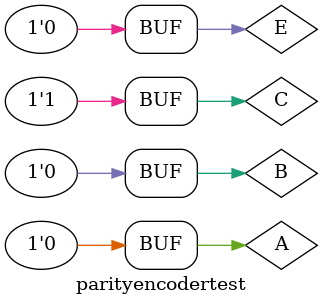
<source format=v>
`timescale 1ns / 1ps


module parityencodertest;

	// Inputs
	reg A;
	reg B;
	reg C;
	reg E;

	// Outputs
	wire O;

	// Instantiate the Unit Under Test (UUT)
	parityencoder uut (
		.A(A), 
		.B(B), 
		.C(C), 
		.E(E), 
		.O(O)
	);

	initial begin
		// Initialize Inputs
		A = 0;
		B = 0;
		C = 0;
		E = 0;

		#10;
		
		A = 1;
		B = 0;
		C = 0;
		E = 0;

		#10;
		
		A = 0;
		B = 1;
		C = 0;
		E = 0;

		#10;
		
		A = 0;
		B = 0;
		C = 1;
		E = 0;

		#10;
        
		// Add stimulus here

	end
      
endmodule


</source>
